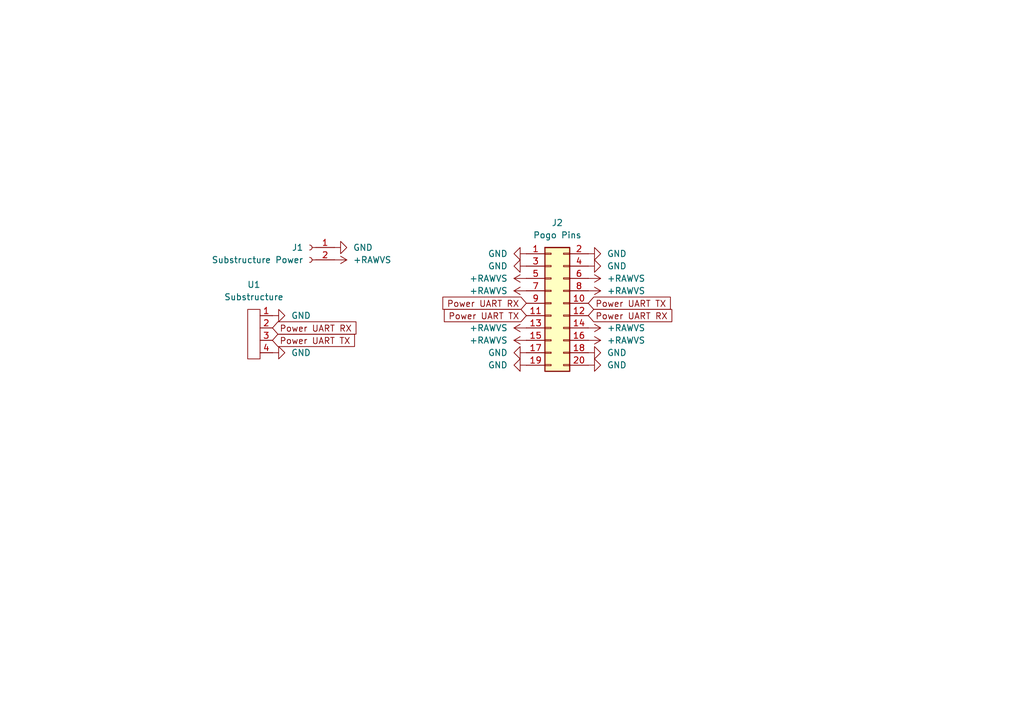
<source format=kicad_sch>
(kicad_sch (version 20250114) (generator "eeschema") (generator_version "9.0")
  (paper "A5")
  (lib_symbols
    (symbol "Connector:Conn_01x02_Socket" (pin_names (offset 1.016) (hide yes))
      (property "Reference" "J" (at 0 2.54 0))
      (property "Value" "Conn_01x02_Socket" (at 0 -5.08 0))
      (symbol "Conn_01x02_Socket_1_1"
        (polyline (pts (xy -1.27 0) (xy -0.508 0)) (stroke (width 0.1524)))
        (polyline (pts (xy -1.27 -2.54) (xy -0.508 -2.54)) (stroke (width 0.1524)))
        (arc (start 0 -0.508) (mid -0.5058 0) (end 0 0.508) (stroke (width 0.1524)))
        (arc (start 0 -3.048) (mid -0.5058 -2.54) (end 0 -2.032) (stroke (width 0.1524)))
        (pin passive line (at -5.08 0 0) (length 3.81) (name "Pin_1") (number "1"))
        (pin passive line (at -5.08 -2.54 0) (length 3.81) (name "Pin_2") (number "2"))
      )
    )
    (symbol "Connector_Generic:Conn_02x10_Odd_Even" (pin_names (offset 1.016) (hide yes))
      (property "Reference" "J" (at 1.27 12.7 0))
      (property "Value" "Conn_02x10_Odd_Even" (at 1.27 -15.24 0))
      (symbol "Conn_02x10_Odd_Even_1_1"
        (rectangle (start -1.27 11.43) (end 3.81 -13.97) (stroke (width 0.254)) (fill (type background)))
        (rectangle (start -1.27 10.287) (end 0 10.033) (stroke (width 0.1524)))
        (rectangle (start -1.27 7.747) (end 0 7.493) (stroke (width 0.1524)))
        (rectangle (start -1.27 5.207) (end 0 4.953) (stroke (width 0.1524)))
        (rectangle (start -1.27 2.667) (end 0 2.413) (stroke (width 0.1524)))
        (rectangle (start -1.27 0.127) (end 0 -0.127) (stroke (width 0.1524)))
        (rectangle (start -1.27 -2.413) (end 0 -2.667) (stroke (width 0.1524)))
        (rectangle (start -1.27 -4.953) (end 0 -5.207) (stroke (width 0.1524)))
        (rectangle (start -1.27 -7.493) (end 0 -7.747) (stroke (width 0.1524)))
        (rectangle (start -1.27 -10.033) (end 0 -10.287) (stroke (width 0.1524)))
        (rectangle (start -1.27 -12.573) (end 0 -12.827) (stroke (width 0.1524)))
        (rectangle (start 3.81 10.287) (end 2.54 10.033) (stroke (width 0.1524)))
        (rectangle (start 3.81 7.747) (end 2.54 7.493) (stroke (width 0.1524)))
        (rectangle (start 3.81 5.207) (end 2.54 4.953) (stroke (width 0.1524)))
        (rectangle (start 3.81 2.667) (end 2.54 2.413) (stroke (width 0.1524)))
        (rectangle (start 3.81 0.127) (end 2.54 -0.127) (stroke (width 0.1524)))
        (rectangle (start 3.81 -2.413) (end 2.54 -2.667) (stroke (width 0.1524)))
        (rectangle (start 3.81 -4.953) (end 2.54 -5.207) (stroke (width 0.1524)))
        (rectangle (start 3.81 -7.493) (end 2.54 -7.747) (stroke (width 0.1524)))
        (rectangle (start 3.81 -10.033) (end 2.54 -10.287) (stroke (width 0.1524)))
        (rectangle (start 3.81 -12.573) (end 2.54 -12.827) (stroke (width 0.1524)))
        (pin passive line (at -5.08 10.16 0) (length 3.81) (name "Pin_1") (number "1"))
        (pin passive line (at -5.08 7.62 0) (length 3.81) (name "Pin_3") (number "3"))
        (pin passive line (at -5.08 5.08 0) (length 3.81) (name "Pin_5") (number "5"))
        (pin passive line (at -5.08 2.54 0) (length 3.81) (name "Pin_7") (number "7"))
        (pin passive line (at -5.08 0 0) (length 3.81) (name "Pin_9") (number "9"))
        (pin passive line (at -5.08 -2.54 0) (length 3.81) (name "Pin_11") (number "11"))
        (pin passive line (at -5.08 -5.08 0) (length 3.81) (name "Pin_13") (number "13"))
        (pin passive line (at -5.08 -7.62 0) (length 3.81) (name "Pin_15") (number "15"))
        (pin passive line (at -5.08 -10.16 0) (length 3.81) (name "Pin_17") (number "17"))
        (pin passive line (at -5.08 -12.7 0) (length 3.81) (name "Pin_19") (number "19"))
        (pin passive line (at 7.62 10.16 180) (length 3.81) (name "Pin_2") (number "2"))
        (pin passive line (at 7.62 7.62 180) (length 3.81) (name "Pin_4") (number "4"))
        (pin passive line (at 7.62 5.08 180) (length 3.81) (name "Pin_6") (number "6"))
        (pin passive line (at 7.62 2.54 180) (length 3.81) (name "Pin_8") (number "8"))
        (pin passive line (at 7.62 0 180) (length 3.81) (name "Pin_10") (number "10"))
        (pin passive line (at 7.62 -2.54 180) (length 3.81) (name "Pin_12") (number "12"))
        (pin passive line (at 7.62 -5.08 180) (length 3.81) (name "Pin_14") (number "14"))
        (pin passive line (at 7.62 -7.62 180) (length 3.81) (name "Pin_16") (number "16"))
        (pin passive line (at 7.62 -10.16 180) (length 3.81) (name "Pin_18") (number "18"))
        (pin passive line (at 7.62 -12.7 180) (length 3.81) (name "Pin_20") (number "20"))
      )
    )
    (symbol "FFC:FFC-4"
      (property "Reference" "U" (at 0 6.604 0))
      (symbol "FFC-4_0_1"
        (rectangle (start -1.27 5.08) (end 1.27 -5.08))
      )
      (symbol "FFC-4_1_1"
        (pin input line (at 3.81 3.81 180) (length 2.54) (name "") (number "1"))
        (pin input line (at 3.81 1.27 180) (length 2.54) (name "") (number "2"))
        (pin input line (at 3.81 -1.27 180) (length 2.54) (name "") (number "3"))
        (pin input line (at 3.81 -3.81 180) (length 2.54) (name "") (number "4"))
      )
    )
    (symbol "power:+5VP" (power) (pin_numbers (hide yes)) (pin_names (offset 0) (hide yes))
      (property "Value" "+5VP" (at 0 3.556 0))
      (symbol "+5VP_0_1"
        (polyline (pts (xy -0.762 1.27) (xy 0 2.54)))
        (polyline (pts (xy 0 2.54) (xy 0.762 1.27)))
        (polyline (pts (xy 0 0) (xy 0 2.54)))
      )
      (symbol "+5VP_1_1"
        (pin power_in line (at 0 0 90) (length 0) (name "~") (number "1"))
      )
    )
    (symbol "power:GND" (power) (pin_numbers (hide yes)) (pin_names (offset 0) (hide yes))
      (property "Value" "GND" (at 0 -3.81 0))
      (symbol "GND_0_1"
        (polyline (pts (xy 0 0) (xy 0 -1.27) (xy 1.27 -1.27) (xy 0 -2.54) (xy -1.27 -1.27) (xy 0 -1.27)))
      )
      (symbol "GND_1_1"
        (pin power_in line (at 0 0 270) (length 0) (name "~") (number "1"))
      )
    )
  )
  (global_label "Power UART TX" (shape input) (at 107.95 64.77 180) (property "Intersheetrefs" "${INTERSHEET_REFS}" (effects (hide yes))))
  (global_label "Power UART TX" (shape input) (at 55.88 69.85 0) (property "Intersheetrefs" "${INTERSHEET_REFS}" (effects (hide yes))))
  (global_label "Power UART RX" (shape input) (at 107.95 62.23 180) (property "Intersheetrefs" "${INTERSHEET_REFS}" (effects (hide yes))))
  (global_label "Power UART TX" (shape input) (at 120.65 62.23 0) (property "Intersheetrefs" "${INTERSHEET_REFS}" (effects (hide yes))))
  (global_label "Power UART RX" (shape input) (at 120.65 64.77 0) (property "Intersheetrefs" "${INTERSHEET_REFS}" (effects (hide yes))))
  (global_label "Power UART RX" (shape input) (at 55.88 67.31 0) (property "Intersheetrefs" "${INTERSHEET_REFS}" (effects (hide yes))))
  (symbol (lib_id "Connector:Conn_01x02_Socket") (at 63.5 50.8 0) (mirror y) (unit 1)
    (property "Reference" "J1" (at 62.23 50.7999 0) (effects (justify left)))
    (property "Value" "Substructure Power" (at 62.23 53.3399 0) (effects (justify left)))
    (property "Footprint" "Connector_AMASS:AMASS_XT30PW-M_1x02_P2.50mm_Horizontal" (effects (hide yes)))
    (property "Description" "Generic connector, single row, 01x02, script generated" (effects (hide yes)))
  )
  (symbol (lib_id "power:GND") (at 55.88 64.77 90) (unit 1)
    (property "Reference" "#PWR037" (effects (hide yes)))
    (property "Value" "GND" (at 59.69 64.7699 90) (effects (justify right)))
    (property "Description" "Power symbol creates a global label with name \"GND\" , ground" (effects (hide yes)))
  )
  (symbol (lib_id "power:GND") (at 120.65 52.07 90) (unit 1)
    (property "Reference" "#PWR06" (effects (hide yes)))
    (property "Value" "GND" (at 124.46 52.0701 90) (effects (justify right)))
    (property "Description" "Power symbol creates a global label with name \"GND\" , ground" (effects (hide yes)))
  )
  (symbol (lib_id "power:+5VP") (at 107.95 67.31 90) (unit 1)
    (property "Reference" "#PWR012" (effects (hide yes)))
    (property "Value" "+RAWVS" (at 104.14 67.3099 90) (effects (justify left)))
    (property "Description" "Power symbol creates a global label with name \"+5VP\"" (effects (hide yes)))
  )
  (symbol (lib_id "power:GND") (at 107.95 74.93 270) (unit 1)
    (property "Reference" "#PWR08" (effects (hide yes)))
    (property "Value" "GND" (at 104.14 74.9299 90) (effects (justify right)))
    (property "Description" "Power symbol creates a global label with name \"GND\" , ground" (effects (hide yes)))
  )
  (symbol (lib_id "power:GND") (at 120.65 72.39 90) (unit 1)
    (property "Reference" "#PWR09" (effects (hide yes)))
    (property "Value" "GND" (at 124.46 72.3901 90) (effects (justify right)))
    (property "Description" "Power symbol creates a global label with name \"GND\" , ground" (effects (hide yes)))
  )
  (symbol (lib_id "power:+5VP") (at 120.65 67.31 270) (unit 1)
    (property "Reference" "#PWR015" (effects (hide yes)))
    (property "Value" "+RAWVS" (at 124.46 67.3101 90) (effects (justify left)))
    (property "Description" "Power symbol creates a global label with name \"+5VP\"" (effects (hide yes)))
  )
  (symbol (lib_id "power:GND") (at 55.88 72.39 90) (unit 1)
    (property "Reference" "#PWR055" (effects (hide yes)))
    (property "Value" "GND" (at 59.69 72.3899 90) (effects (justify right)))
    (property "Description" "Power symbol creates a global label with name \"GND\" , ground" (effects (hide yes)))
  )
  (symbol (lib_id "power:+5VP") (at 120.65 57.15 270) (unit 1)
    (property "Reference" "#PWR017" (effects (hide yes)))
    (property "Value" "+RAWVS" (at 124.46 57.1501 90) (effects (justify left)))
    (property "Description" "Power symbol creates a global label with name \"+5VP\"" (effects (hide yes)))
  )
  (symbol (lib_id "power:GND") (at 107.95 52.07 270) (unit 1)
    (property "Reference" "#PWR03" (effects (hide yes)))
    (property "Value" "GND" (at 104.14 52.0699 90) (effects (justify right)))
    (property "Description" "Power symbol creates a global label with name \"GND\" , ground" (effects (hide yes)))
  )
  (symbol (lib_id "power:+5VP") (at 107.95 57.15 90) (unit 1)
    (property "Reference" "#PWR02" (effects (hide yes)))
    (property "Value" "+RAWVS" (at 104.14 57.1499 90) (effects (justify left)))
    (property "Description" "Power symbol creates a global label with name \"+5VP\"" (effects (hide yes)))
  )
  (symbol (lib_id "power:GND") (at 120.65 74.93 90) (unit 1)
    (property "Reference" "#PWR010" (effects (hide yes)))
    (property "Value" "GND" (at 124.46 74.9301 90) (effects (justify right)))
    (property "Description" "Power symbol creates a global label with name \"GND\" , ground" (effects (hide yes)))
  )
  (symbol (lib_id "FFC:FFC-4") (at 52.07 68.58 0) (unit 1)
    (property "Reference" "U1" (at 52.07 58.42 0))
    (property "Value" "Substructure" (at 52.07 60.96 0))
    (property "Footprint" "FCC:FFC-4-0.5" (effects (hide yes)))
  )
  (symbol (lib_id "power:+5VP") (at 120.65 69.85 270) (unit 1)
    (property "Reference" "#PWR014" (effects (hide yes)))
    (property "Value" "+RAWVS" (at 124.46 69.8501 90) (effects (justify left)))
    (property "Description" "Power symbol creates a global label with name \"+5VP\"" (effects (hide yes)))
  )
  (symbol (lib_id "power:+5VP") (at 120.65 59.69 270) (unit 1)
    (property "Reference" "#PWR016" (effects (hide yes)))
    (property "Value" "+RAWVS" (at 124.46 59.6901 90) (effects (justify left)))
    (property "Description" "Power symbol creates a global label with name \"+5VP\"" (effects (hide yes)))
  )
  (symbol (lib_id "power:+5VP") (at 107.95 59.69 90) (unit 1)
    (property "Reference" "#PWR011" (effects (hide yes)))
    (property "Value" "+RAWVS" (at 104.14 59.6899 90) (effects (justify left)))
    (property "Description" "Power symbol creates a global label with name \"+5VP\"" (effects (hide yes)))
  )
  (symbol (lib_id "power:GND") (at 107.95 54.61 270) (unit 1)
    (property "Reference" "#PWR04" (effects (hide yes)))
    (property "Value" "GND" (at 104.14 54.6099 90) (effects (justify right)))
    (property "Description" "Power symbol creates a global label with name \"GND\" , ground" (effects (hide yes)))
  )
  (symbol (lib_id "power:+5VP") (at 68.58 53.34 270) (unit 1)
    (property "Reference" "#PWR036" (effects (hide yes)))
    (property "Value" "+RAWVS" (at 72.39 53.3399 90) (effects (justify left)))
    (property "Description" "Power symbol creates a global label with name \"+5VP\"" (effects (hide yes)))
  )
  (symbol (lib_id "power:GND") (at 107.95 72.39 270) (unit 1)
    (property "Reference" "#PWR07" (effects (hide yes)))
    (property "Value" "GND" (at 104.14 72.3899 90) (effects (justify right)))
    (property "Description" "Power symbol creates a global label with name \"GND\" , ground" (effects (hide yes)))
  )
  (symbol (lib_id "Connector_Generic:Conn_02x10_Odd_Even") (at 113.03 62.23 0) (unit 1)
    (property "Reference" "J2" (at 114.3 45.72 0))
    (property "Value" "Pogo Pins" (at 114.3 48.26 0))
    (property "Footprint" "Connector_PinHeader_2.00mm:PinHeader_2x10_P2.00mm_Vertical" (effects (hide yes)))
    (property "Description" "Generic connector, double row, 02x10, odd/even pin numbering scheme (row 1 odd numbers, row 2 even numbers), script generated (kicad-library-utils/schlib/autogen/connector/)" (effects (hide yes)))
  )
  (symbol (lib_id "power:+5VP") (at 107.95 69.85 90) (unit 1)
    (property "Reference" "#PWR013" (effects (hide yes)))
    (property "Value" "+RAWVS" (at 104.14 69.8499 90) (effects (justify left)))
    (property "Description" "Power symbol creates a global label with name \"+5VP\"" (effects (hide yes)))
  )
  (symbol (lib_id "power:GND") (at 68.58 50.8 90) (unit 1)
    (property "Reference" "#PWR01" (effects (hide yes)))
    (property "Value" "GND" (at 72.39 50.7999 90) (effects (justify right)))
    (property "Description" "Power symbol creates a global label with name \"GND\" , ground" (effects (hide yes)))
  )
  (symbol (lib_id "power:GND") (at 120.65 54.61 90) (unit 1)
    (property "Reference" "#PWR05" (effects (hide yes)))
    (property "Value" "GND" (at 124.46 54.6101 90) (effects (justify right)))
    (property "Description" "Power symbol creates a global label with name \"GND\" , ground" (effects (hide yes)))
  )
)
</source>
